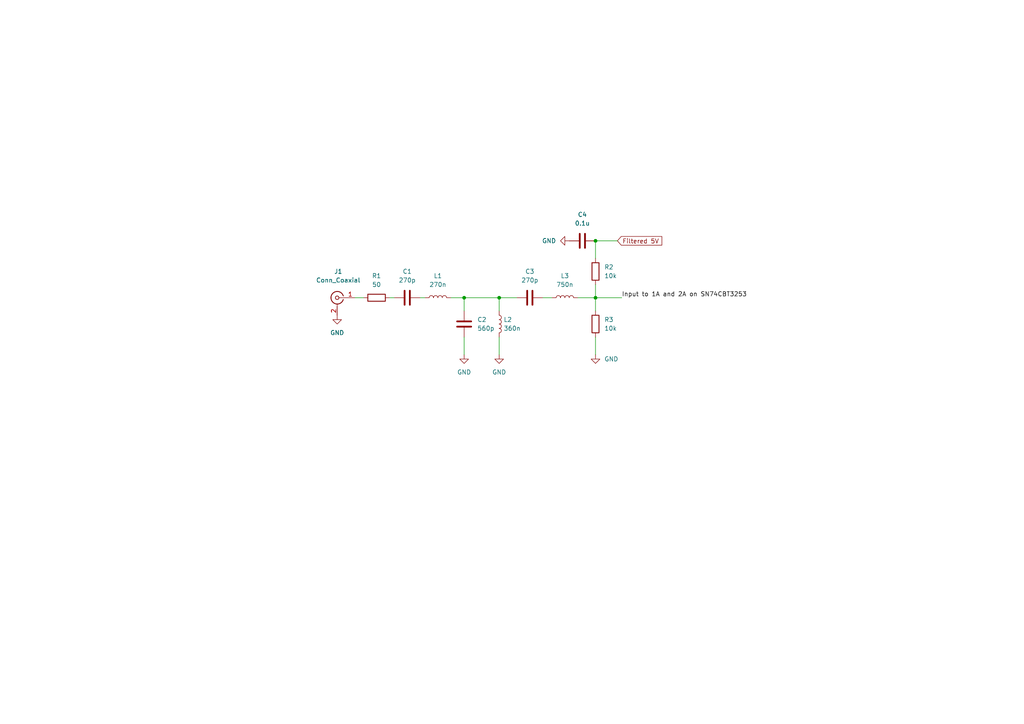
<source format=kicad_sch>
(kicad_sch (version 20211123) (generator eeschema)
  (paper "A4")
  (lib_symbols
    (symbol "Connector:Conn_Coaxial" (pin_names (offset 1.016) hide)
      (property "Reference" "J" (at 0.254 3.048 0))
      (property "Value" "Conn_Coaxial" (at 2.921 0 90))
      (symbol "Conn_Coaxial_0_1"
        (arc (start -1.778 -0.508) (mid 0.2311 -1.8066) (end 1.778 0) (stroke (width 0.254)))
        (polyline (pts (xy -2.54 0) (xy -0.508 0)))
        (polyline (pts (xy 0 -2.54) (xy 0 -1.778)))
        (circle (center 0 0) (radius 0.508) (stroke (width 0.2032)))
        (arc (start 1.778 0) (mid 0.2099 1.8101) (end -1.778 0.508) (stroke (width 0.254)))
      )
      (symbol "Conn_Coaxial_1_1"
        (pin passive line (at -5.08 0 0) (length 2.54) (name "In") (number "1"))
        (pin passive line (at 0 -5.08 90) (length 2.54) (name "Ext") (number "2"))
      )
    )
    (symbol "Device:C" (pin_numbers hide) (pin_names (offset 0.254))
      (property "Reference" "C" (at 0.635 2.54 0))
      (property "Value" "C" (at 0.635 -2.54 0))
      (symbol "C_0_1"
        (polyline (pts (xy -2.032 -0.762) (xy 2.032 -0.762)) (stroke (width 0.508)))
        (polyline (pts (xy -2.032 0.762) (xy 2.032 0.762)) (stroke (width 0.508)))
      )
      (symbol "C_1_1"
        (pin passive line (at 0 3.81 270) (length 2.794) (name "~") (number "1"))
        (pin passive line (at 0 -3.81 90) (length 2.794) (name "~") (number "2"))
      )
    )
    (symbol "Device:L" (pin_numbers hide) (pin_names (offset 1.016) hide)
      (property "Reference" "L" (at -1.27 0 90))
      (property "Value" "L" (at 1.905 0 90))
      (symbol "L_0_1"
        (arc (start 0 -2.54) (mid 0.635 -1.905) (end 0 -1.27))
        (arc (start 0 -1.27) (mid 0.635 -0.635) (end 0 0))
        (arc (start 0 0) (mid 0.635 0.635) (end 0 1.27))
        (arc (start 0 1.27) (mid 0.635 1.905) (end 0 2.54))
      )
      (symbol "L_1_1"
        (pin passive line (at 0 3.81 270) (length 1.27) (name "1") (number "1"))
        (pin passive line (at 0 -3.81 90) (length 1.27) (name "2") (number "2"))
      )
    )
    (symbol "Device:R" (pin_numbers hide) (pin_names (offset 0))
      (property "Reference" "R" (at 2.032 0 90))
      (property "Value" "R" (at 0 0 90))
      (symbol "R_0_1"
        (rectangle (start -1.016 -2.54) (end 1.016 2.54) (stroke (width 0.254)))
      )
      (symbol "R_1_1"
        (pin passive line (at 0 3.81 270) (length 1.27) (name "~") (number "1"))
        (pin passive line (at 0 -3.81 90) (length 1.27) (name "~") (number "2"))
      )
    )
    (symbol "power:GND" (power) (pin_names (offset 0))
      (property "Value" "GND" (at 0 -3.81 0))
      (symbol "GND_0_1"
        (polyline (pts (xy 0 0) (xy 0 -1.27) (xy 1.27 -1.27) (xy 0 -2.54) (xy -1.27 -1.27) (xy 0 -1.27)))
      )
      (symbol "GND_1_1"
        (pin power_in line (at 0 0 270) (length 0) hide (name "GND") (number "1"))
      )
    )
  )
  (junction (at 172.72 69.85))
  (junction (at 172.72 86.36))
  (junction (at 144.78 86.36))
  (junction (at 134.62 86.36))
  (wire (pts (xy 134.62 86.36) (xy 134.62 90.17)))
  (wire (pts (xy 113.03 86.36) (xy 114.3 86.36)))
  (wire (pts (xy 130.81 86.36) (xy 134.62 86.36)))
  (wire (pts (xy 144.78 86.36) (xy 144.78 90.17)))
  (wire (pts (xy 167.64 86.36) (xy 172.72 86.36)))
  (wire (pts (xy 172.72 69.85) (xy 179.07 69.85)))
  (wire (pts (xy 134.62 86.36) (xy 144.78 86.36)))
  (wire (pts (xy 102.87 86.36) (xy 105.41 86.36)))
  (wire (pts (xy 144.78 86.36) (xy 149.86 86.36)))
  (wire (pts (xy 157.48 86.36) (xy 160.02 86.36)))
  (wire (pts (xy 172.72 97.79) (xy 172.72 102.87)))
  (wire (pts (xy 172.72 86.36) (xy 172.72 90.17)))
  (wire (pts (xy 134.62 97.79) (xy 134.62 102.87)))
  (wire (pts (xy 172.72 82.55) (xy 172.72 86.36)))
  (wire (pts (xy 172.72 69.85) (xy 172.72 74.93)))
  (wire (pts (xy 123.19 86.36) (xy 121.92 86.36)))
  (wire (pts (xy 144.78 97.79) (xy 144.78 102.87)))
  (wire (pts (xy 172.72 86.36) (xy 180.34 86.36)))
  (label "Input to 1A and 2A on SN74CBT3253" (at 180.34 86.36 0))
  (global_label "Filtered 5V" (shape input) (at 179.07 69.85 0) (property "Intersheet References" "${INTERSHEET_REFS}" (effects hide)))
  (symbol (lib_id "Device:C") (at 118.11 86.36 270) (unit 1)
    (property "Reference" "C1" (at 118.11 78.74 90))
    (property "Value" "270p" (at 118.11 81.28 90))
  )
  (symbol (lib_id "Connector:Conn_Coaxial") (at 97.79 86.36 0) (mirror y) (unit 1)
    (property "Reference" "J1" (at 98.1074 78.74 0))
    (property "Value" "Conn_Coaxial" (at 98.1074 81.28 0))
    (property "Datasheet" " ~" (effects hide))
  )
  (symbol (lib_id "power:GND") (at 134.62 102.87 0) (unit 1)
    (property "Reference" "#PWR02" (effects hide))
    (property "Value" "GND" (at 134.62 107.95 0))
  )
  (symbol (lib_id "Device:R") (at 172.72 78.74 0) (unit 1)
    (property "Reference" "R2" (at 175.26 77.4699 0) (effects (justify left)))
    (property "Value" "10k" (at 175.26 80.0099 0) (effects (justify left)))
  )
  (symbol (lib_id "Device:L") (at 144.78 93.98 0) (unit 1)
    (property "Reference" "L2" (at 146.05 92.7099 0) (effects (justify left)))
    (property "Value" "360n" (at 146.05 95.2499 0) (effects (justify left)))
  )
  (symbol (lib_id "power:GND") (at 144.78 102.87 0) (unit 1)
    (property "Reference" "#PWR03" (effects hide))
    (property "Value" "GND" (at 144.78 107.95 0))
  )
  (symbol (lib_id "power:GND") (at 97.79 91.44 0) (unit 1)
    (property "Reference" "#PWR01" (effects hide))
    (property "Value" "GND" (at 97.79 96.52 0))
  )
  (symbol (lib_id "Device:C") (at 168.91 69.85 90) (unit 1)
    (property "Reference" "C4" (at 168.91 62.23 90))
    (property "Value" "0.1u" (at 168.91 64.77 90))
  )
  (symbol (lib_id "Device:L") (at 127 86.36 90) (unit 1)
    (property "Reference" "L1" (at 127 80.01 90))
    (property "Value" "270n" (at 127 82.55 90))
  )
  (symbol (lib_id "Device:C") (at 153.67 86.36 90) (unit 1)
    (property "Reference" "C3" (at 153.67 78.74 90))
    (property "Value" "270p" (at 153.67 81.28 90))
  )
  (symbol (lib_id "Device:R") (at 172.72 93.98 0) (unit 1)
    (property "Reference" "R3" (at 175.26 92.7099 0) (effects (justify left)))
    (property "Value" "10k" (at 175.26 95.2499 0) (effects (justify left)))
  )
  (symbol (lib_id "Device:C") (at 134.62 93.98 0) (unit 1)
    (property "Reference" "C2" (at 138.43 92.7099 0) (effects (justify left)))
    (property "Value" "560p" (at 138.43 95.2499 0) (effects (justify left)))
  )
  (symbol (lib_id "Device:L") (at 163.83 86.36 90) (unit 1)
    (property "Reference" "L3" (at 163.83 80.01 90))
    (property "Value" "750n" (at 163.83 82.55 90))
  )
  (symbol (lib_id "Device:R") (at 109.22 86.36 90) (unit 1)
    (property "Reference" "R1" (at 109.22 80.01 90))
    (property "Value" "50" (at 109.22 82.55 90))
  )
  (symbol (lib_id "power:GND") (at 172.72 102.87 0) (unit 1)
    (property "Reference" "#PWR05" (effects hide))
    (property "Value" "GND" (at 175.26 104.1399 0) (effects (justify left)))
  )
  (symbol (lib_id "power:GND") (at 165.1 69.85 270) (unit 1)
    (property "Reference" "#PWR04" (effects hide))
    (property "Value" "GND" (at 161.29 69.8499 90) (effects (justify right)))
  )
)
</source>
